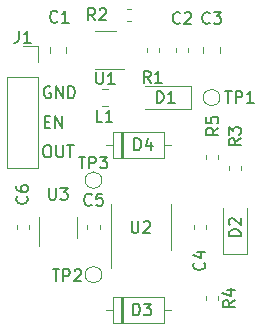
<source format=gto>
G04 #@! TF.GenerationSoftware,KiCad,Pcbnew,5.1.6-c6e7f7d~87~ubuntu18.04.1*
G04 #@! TF.CreationDate,2021-01-03T20:00:45-05:00*
G04 #@! TF.ProjectId,entropy,656e7472-6f70-4792-9e6b-696361645f70,rev?*
G04 #@! TF.SameCoordinates,Original*
G04 #@! TF.FileFunction,Legend,Top*
G04 #@! TF.FilePolarity,Positive*
%FSLAX46Y46*%
G04 Gerber Fmt 4.6, Leading zero omitted, Abs format (unit mm)*
G04 Created by KiCad (PCBNEW 5.1.6-c6e7f7d~87~ubuntu18.04.1) date 2021-01-03 20:00:45*
%MOMM*%
%LPD*%
G01*
G04 APERTURE LIST*
%ADD10C,0.150000*%
%ADD11C,0.120000*%
G04 APERTURE END LIST*
D10*
X163000000Y-126052380D02*
X163190476Y-126052380D01*
X163285714Y-126100000D01*
X163380952Y-126195238D01*
X163428571Y-126385714D01*
X163428571Y-126719047D01*
X163380952Y-126909523D01*
X163285714Y-127004761D01*
X163190476Y-127052380D01*
X163000000Y-127052380D01*
X162904761Y-127004761D01*
X162809523Y-126909523D01*
X162761904Y-126719047D01*
X162761904Y-126385714D01*
X162809523Y-126195238D01*
X162904761Y-126100000D01*
X163000000Y-126052380D01*
X163857142Y-126052380D02*
X163857142Y-126861904D01*
X163904761Y-126957142D01*
X163952380Y-127004761D01*
X164047619Y-127052380D01*
X164238095Y-127052380D01*
X164333333Y-127004761D01*
X164380952Y-126957142D01*
X164428571Y-126861904D01*
X164428571Y-126052380D01*
X164761904Y-126052380D02*
X165333333Y-126052380D01*
X165047619Y-127052380D02*
X165047619Y-126052380D01*
X162861904Y-124028571D02*
X163195238Y-124028571D01*
X163338095Y-124552380D02*
X162861904Y-124552380D01*
X162861904Y-123552380D01*
X163338095Y-123552380D01*
X163766666Y-124552380D02*
X163766666Y-123552380D01*
X164338095Y-124552380D01*
X164338095Y-123552380D01*
X163338095Y-121100000D02*
X163242857Y-121052380D01*
X163100000Y-121052380D01*
X162957142Y-121100000D01*
X162861904Y-121195238D01*
X162814285Y-121290476D01*
X162766666Y-121480952D01*
X162766666Y-121623809D01*
X162814285Y-121814285D01*
X162861904Y-121909523D01*
X162957142Y-122004761D01*
X163100000Y-122052380D01*
X163195238Y-122052380D01*
X163338095Y-122004761D01*
X163385714Y-121957142D01*
X163385714Y-121623809D01*
X163195238Y-121623809D01*
X163814285Y-122052380D02*
X163814285Y-121052380D01*
X164385714Y-122052380D01*
X164385714Y-121052380D01*
X164861904Y-122052380D02*
X164861904Y-121052380D01*
X165100000Y-121052380D01*
X165242857Y-121100000D01*
X165338095Y-121195238D01*
X165385714Y-121290476D01*
X165433333Y-121480952D01*
X165433333Y-121623809D01*
X165385714Y-121814285D01*
X165338095Y-121909523D01*
X165242857Y-122004761D01*
X165100000Y-122052380D01*
X164861904Y-122052380D01*
D11*
X163290000Y-118261252D02*
X163290000Y-117738748D01*
X164710000Y-118261252D02*
X164710000Y-117738748D01*
X173990000Y-118171267D02*
X173990000Y-117828733D01*
X175010000Y-118171267D02*
X175010000Y-117828733D01*
X177710000Y-118261252D02*
X177710000Y-117738748D01*
X176290000Y-118261252D02*
X176290000Y-117738748D01*
X175490000Y-132828733D02*
X175490000Y-133171267D01*
X176510000Y-132828733D02*
X176510000Y-133171267D01*
X166490000Y-132828733D02*
X166490000Y-133171267D01*
X167510000Y-132828733D02*
X167510000Y-133171267D01*
X161510000Y-132828733D02*
X161510000Y-133171267D01*
X160490000Y-132828733D02*
X160490000Y-133171267D01*
X175250000Y-123000000D02*
X175250000Y-121000000D01*
X175250000Y-121000000D02*
X171350000Y-121000000D01*
X175250000Y-123000000D02*
X171350000Y-123000000D01*
X178000000Y-135250000D02*
X178000000Y-131350000D01*
X180000000Y-135250000D02*
X180000000Y-131350000D01*
X178000000Y-135250000D02*
X180000000Y-135250000D01*
X169290000Y-138880000D02*
X169290000Y-141120000D01*
X169530000Y-138880000D02*
X169530000Y-141120000D01*
X169410000Y-138880000D02*
X169410000Y-141120000D01*
X173580000Y-140000000D02*
X172930000Y-140000000D01*
X168040000Y-140000000D02*
X168690000Y-140000000D01*
X172930000Y-138880000D02*
X168690000Y-138880000D01*
X172930000Y-141120000D02*
X172930000Y-138880000D01*
X168690000Y-141120000D02*
X172930000Y-141120000D01*
X168690000Y-138880000D02*
X168690000Y-141120000D01*
X168690000Y-124880000D02*
X168690000Y-127120000D01*
X168690000Y-127120000D02*
X172930000Y-127120000D01*
X172930000Y-127120000D02*
X172930000Y-124880000D01*
X172930000Y-124880000D02*
X168690000Y-124880000D01*
X168040000Y-126000000D02*
X168690000Y-126000000D01*
X173580000Y-126000000D02*
X172930000Y-126000000D01*
X169410000Y-124880000D02*
X169410000Y-127120000D01*
X169530000Y-124880000D02*
X169530000Y-127120000D01*
X169290000Y-124880000D02*
X169290000Y-127120000D01*
X161000000Y-117670000D02*
X162330000Y-117670000D01*
X162330000Y-117670000D02*
X162330000Y-119000000D01*
X162330000Y-120270000D02*
X162330000Y-127950000D01*
X159670000Y-127950000D02*
X162330000Y-127950000D01*
X159670000Y-120270000D02*
X159670000Y-127950000D01*
X159670000Y-120270000D02*
X162330000Y-120270000D01*
X167738748Y-122710000D02*
X168261252Y-122710000D01*
X167738748Y-121290000D02*
X168261252Y-121290000D01*
X172510000Y-118171267D02*
X172510000Y-117828733D01*
X171490000Y-118171267D02*
X171490000Y-117828733D01*
X170171267Y-115510000D02*
X169828733Y-115510000D01*
X170171267Y-114490000D02*
X169828733Y-114490000D01*
X179510000Y-127828733D02*
X179510000Y-128171267D01*
X178490000Y-127828733D02*
X178490000Y-128171267D01*
X177510000Y-139171267D02*
X177510000Y-138828733D01*
X176490000Y-139171267D02*
X176490000Y-138828733D01*
X176490000Y-126828733D02*
X176490000Y-127171267D01*
X177510000Y-126828733D02*
X177510000Y-127171267D01*
X167700000Y-137000000D02*
G75*
G03*
X167700000Y-137000000I-700000J0D01*
G01*
X167700000Y-129000000D02*
G75*
G03*
X167700000Y-129000000I-700000J0D01*
G01*
X167100000Y-119610000D02*
X169550000Y-119610000D01*
X168900000Y-116390000D02*
X167100000Y-116390000D01*
X168440000Y-133000000D02*
X168440000Y-136450000D01*
X168440000Y-133000000D02*
X168440000Y-131050000D01*
X173560000Y-133000000D02*
X173560000Y-134950000D01*
X173560000Y-133000000D02*
X173560000Y-131050000D01*
X162390000Y-132100000D02*
X162390000Y-134550000D01*
X165610000Y-133900000D02*
X165610000Y-132100000D01*
X177700000Y-122000000D02*
G75*
G03*
X177700000Y-122000000I-700000J0D01*
G01*
D10*
X163933333Y-115557142D02*
X163885714Y-115604761D01*
X163742857Y-115652380D01*
X163647619Y-115652380D01*
X163504761Y-115604761D01*
X163409523Y-115509523D01*
X163361904Y-115414285D01*
X163314285Y-115223809D01*
X163314285Y-115080952D01*
X163361904Y-114890476D01*
X163409523Y-114795238D01*
X163504761Y-114700000D01*
X163647619Y-114652380D01*
X163742857Y-114652380D01*
X163885714Y-114700000D01*
X163933333Y-114747619D01*
X164885714Y-115652380D02*
X164314285Y-115652380D01*
X164600000Y-115652380D02*
X164600000Y-114652380D01*
X164504761Y-114795238D01*
X164409523Y-114890476D01*
X164314285Y-114938095D01*
X174333333Y-115657142D02*
X174285714Y-115704761D01*
X174142857Y-115752380D01*
X174047619Y-115752380D01*
X173904761Y-115704761D01*
X173809523Y-115609523D01*
X173761904Y-115514285D01*
X173714285Y-115323809D01*
X173714285Y-115180952D01*
X173761904Y-114990476D01*
X173809523Y-114895238D01*
X173904761Y-114800000D01*
X174047619Y-114752380D01*
X174142857Y-114752380D01*
X174285714Y-114800000D01*
X174333333Y-114847619D01*
X174714285Y-114847619D02*
X174761904Y-114800000D01*
X174857142Y-114752380D01*
X175095238Y-114752380D01*
X175190476Y-114800000D01*
X175238095Y-114847619D01*
X175285714Y-114942857D01*
X175285714Y-115038095D01*
X175238095Y-115180952D01*
X174666666Y-115752380D01*
X175285714Y-115752380D01*
X176833333Y-115657142D02*
X176785714Y-115704761D01*
X176642857Y-115752380D01*
X176547619Y-115752380D01*
X176404761Y-115704761D01*
X176309523Y-115609523D01*
X176261904Y-115514285D01*
X176214285Y-115323809D01*
X176214285Y-115180952D01*
X176261904Y-114990476D01*
X176309523Y-114895238D01*
X176404761Y-114800000D01*
X176547619Y-114752380D01*
X176642857Y-114752380D01*
X176785714Y-114800000D01*
X176833333Y-114847619D01*
X177166666Y-114752380D02*
X177785714Y-114752380D01*
X177452380Y-115133333D01*
X177595238Y-115133333D01*
X177690476Y-115180952D01*
X177738095Y-115228571D01*
X177785714Y-115323809D01*
X177785714Y-115561904D01*
X177738095Y-115657142D01*
X177690476Y-115704761D01*
X177595238Y-115752380D01*
X177309523Y-115752380D01*
X177214285Y-115704761D01*
X177166666Y-115657142D01*
X176357142Y-135966666D02*
X176404761Y-136014285D01*
X176452380Y-136157142D01*
X176452380Y-136252380D01*
X176404761Y-136395238D01*
X176309523Y-136490476D01*
X176214285Y-136538095D01*
X176023809Y-136585714D01*
X175880952Y-136585714D01*
X175690476Y-136538095D01*
X175595238Y-136490476D01*
X175500000Y-136395238D01*
X175452380Y-136252380D01*
X175452380Y-136157142D01*
X175500000Y-136014285D01*
X175547619Y-135966666D01*
X175785714Y-135109523D02*
X176452380Y-135109523D01*
X175404761Y-135347619D02*
X176119047Y-135585714D01*
X176119047Y-134966666D01*
X166833333Y-131057142D02*
X166785714Y-131104761D01*
X166642857Y-131152380D01*
X166547619Y-131152380D01*
X166404761Y-131104761D01*
X166309523Y-131009523D01*
X166261904Y-130914285D01*
X166214285Y-130723809D01*
X166214285Y-130580952D01*
X166261904Y-130390476D01*
X166309523Y-130295238D01*
X166404761Y-130200000D01*
X166547619Y-130152380D01*
X166642857Y-130152380D01*
X166785714Y-130200000D01*
X166833333Y-130247619D01*
X167738095Y-130152380D02*
X167261904Y-130152380D01*
X167214285Y-130628571D01*
X167261904Y-130580952D01*
X167357142Y-130533333D01*
X167595238Y-130533333D01*
X167690476Y-130580952D01*
X167738095Y-130628571D01*
X167785714Y-130723809D01*
X167785714Y-130961904D01*
X167738095Y-131057142D01*
X167690476Y-131104761D01*
X167595238Y-131152380D01*
X167357142Y-131152380D01*
X167261904Y-131104761D01*
X167214285Y-131057142D01*
X161357142Y-130366666D02*
X161404761Y-130414285D01*
X161452380Y-130557142D01*
X161452380Y-130652380D01*
X161404761Y-130795238D01*
X161309523Y-130890476D01*
X161214285Y-130938095D01*
X161023809Y-130985714D01*
X160880952Y-130985714D01*
X160690476Y-130938095D01*
X160595238Y-130890476D01*
X160500000Y-130795238D01*
X160452380Y-130652380D01*
X160452380Y-130557142D01*
X160500000Y-130414285D01*
X160547619Y-130366666D01*
X160452380Y-129509523D02*
X160452380Y-129700000D01*
X160500000Y-129795238D01*
X160547619Y-129842857D01*
X160690476Y-129938095D01*
X160880952Y-129985714D01*
X161261904Y-129985714D01*
X161357142Y-129938095D01*
X161404761Y-129890476D01*
X161452380Y-129795238D01*
X161452380Y-129604761D01*
X161404761Y-129509523D01*
X161357142Y-129461904D01*
X161261904Y-129414285D01*
X161023809Y-129414285D01*
X160928571Y-129461904D01*
X160880952Y-129509523D01*
X160833333Y-129604761D01*
X160833333Y-129795238D01*
X160880952Y-129890476D01*
X160928571Y-129938095D01*
X161023809Y-129985714D01*
X172361904Y-122452380D02*
X172361904Y-121452380D01*
X172600000Y-121452380D01*
X172742857Y-121500000D01*
X172838095Y-121595238D01*
X172885714Y-121690476D01*
X172933333Y-121880952D01*
X172933333Y-122023809D01*
X172885714Y-122214285D01*
X172838095Y-122309523D01*
X172742857Y-122404761D01*
X172600000Y-122452380D01*
X172361904Y-122452380D01*
X173885714Y-122452380D02*
X173314285Y-122452380D01*
X173600000Y-122452380D02*
X173600000Y-121452380D01*
X173504761Y-121595238D01*
X173409523Y-121690476D01*
X173314285Y-121738095D01*
X179452380Y-133738095D02*
X178452380Y-133738095D01*
X178452380Y-133500000D01*
X178500000Y-133357142D01*
X178595238Y-133261904D01*
X178690476Y-133214285D01*
X178880952Y-133166666D01*
X179023809Y-133166666D01*
X179214285Y-133214285D01*
X179309523Y-133261904D01*
X179404761Y-133357142D01*
X179452380Y-133500000D01*
X179452380Y-133738095D01*
X178547619Y-132785714D02*
X178500000Y-132738095D01*
X178452380Y-132642857D01*
X178452380Y-132404761D01*
X178500000Y-132309523D01*
X178547619Y-132261904D01*
X178642857Y-132214285D01*
X178738095Y-132214285D01*
X178880952Y-132261904D01*
X179452380Y-132833333D01*
X179452380Y-132214285D01*
X170361904Y-140452380D02*
X170361904Y-139452380D01*
X170600000Y-139452380D01*
X170742857Y-139500000D01*
X170838095Y-139595238D01*
X170885714Y-139690476D01*
X170933333Y-139880952D01*
X170933333Y-140023809D01*
X170885714Y-140214285D01*
X170838095Y-140309523D01*
X170742857Y-140404761D01*
X170600000Y-140452380D01*
X170361904Y-140452380D01*
X171266666Y-139452380D02*
X171885714Y-139452380D01*
X171552380Y-139833333D01*
X171695238Y-139833333D01*
X171790476Y-139880952D01*
X171838095Y-139928571D01*
X171885714Y-140023809D01*
X171885714Y-140261904D01*
X171838095Y-140357142D01*
X171790476Y-140404761D01*
X171695238Y-140452380D01*
X171409523Y-140452380D01*
X171314285Y-140404761D01*
X171266666Y-140357142D01*
X170461904Y-126452380D02*
X170461904Y-125452380D01*
X170700000Y-125452380D01*
X170842857Y-125500000D01*
X170938095Y-125595238D01*
X170985714Y-125690476D01*
X171033333Y-125880952D01*
X171033333Y-126023809D01*
X170985714Y-126214285D01*
X170938095Y-126309523D01*
X170842857Y-126404761D01*
X170700000Y-126452380D01*
X170461904Y-126452380D01*
X171890476Y-125785714D02*
X171890476Y-126452380D01*
X171652380Y-125404761D02*
X171414285Y-126119047D01*
X172033333Y-126119047D01*
X160666666Y-116352380D02*
X160666666Y-117066666D01*
X160619047Y-117209523D01*
X160523809Y-117304761D01*
X160380952Y-117352380D01*
X160285714Y-117352380D01*
X161666666Y-117352380D02*
X161095238Y-117352380D01*
X161380952Y-117352380D02*
X161380952Y-116352380D01*
X161285714Y-116495238D01*
X161190476Y-116590476D01*
X161095238Y-116638095D01*
X167733333Y-124052380D02*
X167257142Y-124052380D01*
X167257142Y-123052380D01*
X168590476Y-124052380D02*
X168019047Y-124052380D01*
X168304761Y-124052380D02*
X168304761Y-123052380D01*
X168209523Y-123195238D01*
X168114285Y-123290476D01*
X168019047Y-123338095D01*
X171833333Y-120752380D02*
X171500000Y-120276190D01*
X171261904Y-120752380D02*
X171261904Y-119752380D01*
X171642857Y-119752380D01*
X171738095Y-119800000D01*
X171785714Y-119847619D01*
X171833333Y-119942857D01*
X171833333Y-120085714D01*
X171785714Y-120180952D01*
X171738095Y-120228571D01*
X171642857Y-120276190D01*
X171261904Y-120276190D01*
X172785714Y-120752380D02*
X172214285Y-120752380D01*
X172500000Y-120752380D02*
X172500000Y-119752380D01*
X172404761Y-119895238D01*
X172309523Y-119990476D01*
X172214285Y-120038095D01*
X167133333Y-115452380D02*
X166800000Y-114976190D01*
X166561904Y-115452380D02*
X166561904Y-114452380D01*
X166942857Y-114452380D01*
X167038095Y-114500000D01*
X167085714Y-114547619D01*
X167133333Y-114642857D01*
X167133333Y-114785714D01*
X167085714Y-114880952D01*
X167038095Y-114928571D01*
X166942857Y-114976190D01*
X166561904Y-114976190D01*
X167514285Y-114547619D02*
X167561904Y-114500000D01*
X167657142Y-114452380D01*
X167895238Y-114452380D01*
X167990476Y-114500000D01*
X168038095Y-114547619D01*
X168085714Y-114642857D01*
X168085714Y-114738095D01*
X168038095Y-114880952D01*
X167466666Y-115452380D01*
X168085714Y-115452380D01*
X179452380Y-125466666D02*
X178976190Y-125800000D01*
X179452380Y-126038095D02*
X178452380Y-126038095D01*
X178452380Y-125657142D01*
X178500000Y-125561904D01*
X178547619Y-125514285D01*
X178642857Y-125466666D01*
X178785714Y-125466666D01*
X178880952Y-125514285D01*
X178928571Y-125561904D01*
X178976190Y-125657142D01*
X178976190Y-126038095D01*
X178452380Y-125133333D02*
X178452380Y-124514285D01*
X178833333Y-124847619D01*
X178833333Y-124704761D01*
X178880952Y-124609523D01*
X178928571Y-124561904D01*
X179023809Y-124514285D01*
X179261904Y-124514285D01*
X179357142Y-124561904D01*
X179404761Y-124609523D01*
X179452380Y-124704761D01*
X179452380Y-124990476D01*
X179404761Y-125085714D01*
X179357142Y-125133333D01*
X178952380Y-139166666D02*
X178476190Y-139500000D01*
X178952380Y-139738095D02*
X177952380Y-139738095D01*
X177952380Y-139357142D01*
X178000000Y-139261904D01*
X178047619Y-139214285D01*
X178142857Y-139166666D01*
X178285714Y-139166666D01*
X178380952Y-139214285D01*
X178428571Y-139261904D01*
X178476190Y-139357142D01*
X178476190Y-139738095D01*
X178285714Y-138309523D02*
X178952380Y-138309523D01*
X177904761Y-138547619D02*
X178619047Y-138785714D01*
X178619047Y-138166666D01*
X177552380Y-124566666D02*
X177076190Y-124900000D01*
X177552380Y-125138095D02*
X176552380Y-125138095D01*
X176552380Y-124757142D01*
X176600000Y-124661904D01*
X176647619Y-124614285D01*
X176742857Y-124566666D01*
X176885714Y-124566666D01*
X176980952Y-124614285D01*
X177028571Y-124661904D01*
X177076190Y-124757142D01*
X177076190Y-125138095D01*
X176552380Y-123661904D02*
X176552380Y-124138095D01*
X177028571Y-124185714D01*
X176980952Y-124138095D01*
X176933333Y-124042857D01*
X176933333Y-123804761D01*
X176980952Y-123709523D01*
X177028571Y-123661904D01*
X177123809Y-123614285D01*
X177361904Y-123614285D01*
X177457142Y-123661904D01*
X177504761Y-123709523D01*
X177552380Y-123804761D01*
X177552380Y-124042857D01*
X177504761Y-124138095D01*
X177457142Y-124185714D01*
X163538095Y-136552380D02*
X164109523Y-136552380D01*
X163823809Y-137552380D02*
X163823809Y-136552380D01*
X164442857Y-137552380D02*
X164442857Y-136552380D01*
X164823809Y-136552380D01*
X164919047Y-136600000D01*
X164966666Y-136647619D01*
X165014285Y-136742857D01*
X165014285Y-136885714D01*
X164966666Y-136980952D01*
X164919047Y-137028571D01*
X164823809Y-137076190D01*
X164442857Y-137076190D01*
X165395238Y-136647619D02*
X165442857Y-136600000D01*
X165538095Y-136552380D01*
X165776190Y-136552380D01*
X165871428Y-136600000D01*
X165919047Y-136647619D01*
X165966666Y-136742857D01*
X165966666Y-136838095D01*
X165919047Y-136980952D01*
X165347619Y-137552380D01*
X165966666Y-137552380D01*
X165738095Y-127004380D02*
X166309523Y-127004380D01*
X166023809Y-128004380D02*
X166023809Y-127004380D01*
X166642857Y-128004380D02*
X166642857Y-127004380D01*
X167023809Y-127004380D01*
X167119047Y-127052000D01*
X167166666Y-127099619D01*
X167214285Y-127194857D01*
X167214285Y-127337714D01*
X167166666Y-127432952D01*
X167119047Y-127480571D01*
X167023809Y-127528190D01*
X166642857Y-127528190D01*
X167547619Y-127004380D02*
X168166666Y-127004380D01*
X167833333Y-127385333D01*
X167976190Y-127385333D01*
X168071428Y-127432952D01*
X168119047Y-127480571D01*
X168166666Y-127575809D01*
X168166666Y-127813904D01*
X168119047Y-127909142D01*
X168071428Y-127956761D01*
X167976190Y-128004380D01*
X167690476Y-128004380D01*
X167595238Y-127956761D01*
X167547619Y-127909142D01*
X167238095Y-119852380D02*
X167238095Y-120661904D01*
X167285714Y-120757142D01*
X167333333Y-120804761D01*
X167428571Y-120852380D01*
X167619047Y-120852380D01*
X167714285Y-120804761D01*
X167761904Y-120757142D01*
X167809523Y-120661904D01*
X167809523Y-119852380D01*
X168809523Y-120852380D02*
X168238095Y-120852380D01*
X168523809Y-120852380D02*
X168523809Y-119852380D01*
X168428571Y-119995238D01*
X168333333Y-120090476D01*
X168238095Y-120138095D01*
X170238095Y-132452380D02*
X170238095Y-133261904D01*
X170285714Y-133357142D01*
X170333333Y-133404761D01*
X170428571Y-133452380D01*
X170619047Y-133452380D01*
X170714285Y-133404761D01*
X170761904Y-133357142D01*
X170809523Y-133261904D01*
X170809523Y-132452380D01*
X171238095Y-132547619D02*
X171285714Y-132500000D01*
X171380952Y-132452380D01*
X171619047Y-132452380D01*
X171714285Y-132500000D01*
X171761904Y-132547619D01*
X171809523Y-132642857D01*
X171809523Y-132738095D01*
X171761904Y-132880952D01*
X171190476Y-133452380D01*
X171809523Y-133452380D01*
X163238095Y-129652380D02*
X163238095Y-130461904D01*
X163285714Y-130557142D01*
X163333333Y-130604761D01*
X163428571Y-130652380D01*
X163619047Y-130652380D01*
X163714285Y-130604761D01*
X163761904Y-130557142D01*
X163809523Y-130461904D01*
X163809523Y-129652380D01*
X164190476Y-129652380D02*
X164809523Y-129652380D01*
X164476190Y-130033333D01*
X164619047Y-130033333D01*
X164714285Y-130080952D01*
X164761904Y-130128571D01*
X164809523Y-130223809D01*
X164809523Y-130461904D01*
X164761904Y-130557142D01*
X164714285Y-130604761D01*
X164619047Y-130652380D01*
X164333333Y-130652380D01*
X164238095Y-130604761D01*
X164190476Y-130557142D01*
X178138095Y-121452380D02*
X178709523Y-121452380D01*
X178423809Y-122452380D02*
X178423809Y-121452380D01*
X179042857Y-122452380D02*
X179042857Y-121452380D01*
X179423809Y-121452380D01*
X179519047Y-121500000D01*
X179566666Y-121547619D01*
X179614285Y-121642857D01*
X179614285Y-121785714D01*
X179566666Y-121880952D01*
X179519047Y-121928571D01*
X179423809Y-121976190D01*
X179042857Y-121976190D01*
X180566666Y-122452380D02*
X179995238Y-122452380D01*
X180280952Y-122452380D02*
X180280952Y-121452380D01*
X180185714Y-121595238D01*
X180090476Y-121690476D01*
X179995238Y-121738095D01*
M02*

</source>
